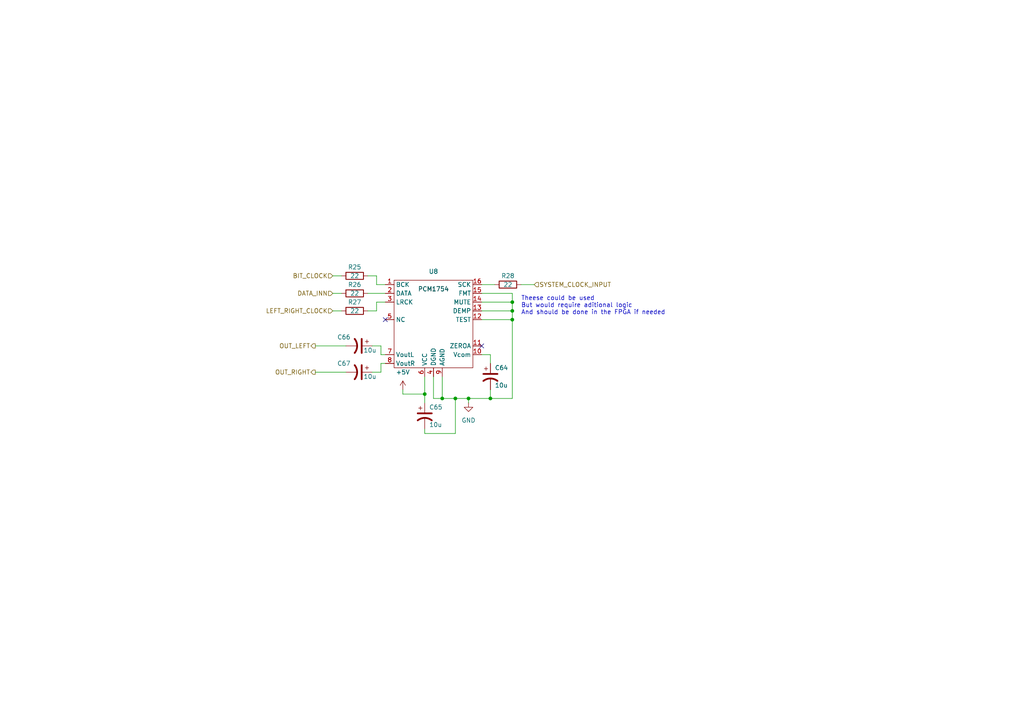
<source format=kicad_sch>
(kicad_sch (version 20230121) (generator eeschema)
  (paper "A4")
  (lib_symbols
    (symbol "Device:C_Polarized_US" (pin_numbers hide) (pin_names (offset 0.254) hide)
      (property "Reference" "C" (at 0.635 2.54 0))
      (property "Value" "C_Polarized_US" (at 0.635 -2.54 0))
      (symbol "C_Polarized_US_0_1"
        (polyline (pts (xy -2.032 0.762) (xy 2.032 0.762)) (stroke (width 0.508)))
        (polyline (pts (xy -1.778 2.286) (xy -0.762 2.286)))
        (polyline (pts (xy -1.27 1.778) (xy -1.27 2.794)))
        (arc (start 2.032 -1.27) (mid 0 -0.5572) (end -2.032 -1.27) (stroke (width 0.508)))
      )
      (symbol "C_Polarized_US_1_1"
        (pin passive line (at 0 3.81 270) (length 2.794) (name "~") (number "1"))
        (pin passive line (at 0 -3.81 90) (length 3.302) (name "~") (number "2"))
      )
    )
    (symbol "Device:R" (pin_numbers hide) (pin_names (offset 0))
      (property "Reference" "R" (at 2.032 0 90))
      (property "Value" "R" (at 0 0 90))
      (symbol "R_0_1"
        (rectangle (start -1.016 -2.54) (end 1.016 2.54) (stroke (width 0.254)))
      )
      (symbol "R_1_1"
        (pin passive line (at 0 3.81 270) (length 1.27) (name "~") (number "1"))
        (pin passive line (at 0 -3.81 90) (length 1.27) (name "~") (number "2"))
      )
    )
    (symbol "GuitarZero:PCM1754"
      (property "Reference" "U" (at 0 13.97 0))
      (symbol "PCM1754_0_1"
        (rectangle (start -11.43 11.43) (end 11.43 -13.97))
      )
      (symbol "PCM1754_1_1"
        (text "PCM1754" (at 0 8.89 0) (effects (font (size 1.27 1.27))))
        (pin input line (at -13.97 10.16 0) (length 2.54) (name "BCK") (number "1"))
        (pin bidirectional line (at 13.97 -10.16 180) (length 2.54) (name "Vcom") (number "10"))
        (pin output line (at 13.97 -7.62 180) (length 2.54) (name "ZEROA") (number "11"))
        (pin input line (at 13.97 0 180) (length 2.54) (name "TEST") (number "12"))
        (pin input line (at 13.97 2.54 180) (length 2.54) (name "DEMP") (number "13"))
        (pin input line (at 13.97 5.08 180) (length 2.54) (name "MUTE") (number "14"))
        (pin input line (at 13.97 7.62 180) (length 2.54) (name "FMT") (number "15"))
        (pin input line (at 13.97 10.16 180) (length 2.54) (name "SCK") (number "16"))
        (pin input line (at -13.97 7.62 0) (length 2.54) (name "DATA") (number "2"))
        (pin input line (at -13.97 5.08 0) (length 2.54) (name "LRCK") (number "3"))
        (pin power_in line (at 0 -16.51 90) (length 2.54) (name "DGND") (number "4"))
        (pin passive line (at -13.97 0 0) (length 2.54) (name "NC") (number "5"))
        (pin power_in line (at -2.54 -16.51 90) (length 2.54) (name "VCC") (number "6"))
        (pin output line (at -13.97 -10.16 0) (length 2.54) (name "VoutL") (number "7"))
        (pin output line (at -13.97 -12.7 0) (length 2.54) (name "VoutR") (number "8"))
        (pin power_in line (at 2.54 -16.51 90) (length 2.54) (name "AGND") (number "9"))
      )
    )
    (symbol "power:+5V" (power) (pin_names (offset 0))
      (property "Value" "+5V" (at 0 3.556 0))
      (symbol "+5V_0_1"
        (polyline (pts (xy -0.762 1.27) (xy 0 2.54)))
        (polyline (pts (xy 0 0) (xy 0 2.54)))
        (polyline (pts (xy 0 2.54) (xy 0.762 1.27)))
      )
      (symbol "+5V_1_1"
        (pin power_in line (at 0 0 90) (length 0) hide (name "+5V") (number "1"))
      )
    )
    (symbol "power:GND" (power) (pin_names (offset 0))
      (property "Value" "GND" (at 0 -3.81 0))
      (symbol "GND_0_1"
        (polyline (pts (xy 0 0) (xy 0 -1.27) (xy 1.27 -1.27) (xy 0 -2.54) (xy -1.27 -1.27) (xy 0 -1.27)))
      )
      (symbol "GND_1_1"
        (pin power_in line (at 0 0 270) (length 0) hide (name "GND") (number "1"))
      )
    )
  )
  (junction (at 135.89 115.57))
  (junction (at 148.59 87.63))
  (junction (at 123.19 114.3))
  (junction (at 128.27 115.57))
  (junction (at 142.24 115.57))
  (junction (at 132.08 115.57))
  (junction (at 148.59 92.71))
  (junction (at 148.59 90.17))
  (no_connect (at 139.7 100.33))
  (no_connect (at 111.76 92.71))
  (wire (pts (xy 139.7 87.63) (xy 148.59 87.63)))
  (wire (pts (xy 125.73 109.22) (xy 125.73 115.57)))
  (wire (pts (xy 109.22 80.01) (xy 109.22 82.55)))
  (wire (pts (xy 132.08 125.73) (xy 132.08 115.57)))
  (wire (pts (xy 96.52 80.01) (xy 99.06 80.01)))
  (wire (pts (xy 148.59 115.57) (xy 142.24 115.57)))
  (wire (pts (xy 139.7 85.09) (xy 148.59 85.09)))
  (wire (pts (xy 135.89 116.84) (xy 135.89 115.57)))
  (wire (pts (xy 148.59 92.71) (xy 148.59 115.57)))
  (wire (pts (xy 123.19 124.46) (xy 123.19 125.73)))
  (wire (pts (xy 106.68 90.17) (xy 109.22 90.17)))
  (wire (pts (xy 139.7 82.55) (xy 143.51 82.55)))
  (wire (pts (xy 139.7 90.17) (xy 148.59 90.17)))
  (wire (pts (xy 109.22 90.17) (xy 109.22 87.63)))
  (wire (pts (xy 148.59 90.17) (xy 148.59 92.71)))
  (wire (pts (xy 132.08 115.57) (xy 135.89 115.57)))
  (wire (pts (xy 148.59 87.63) (xy 148.59 90.17)))
  (wire (pts (xy 106.68 85.09) (xy 111.76 85.09)))
  (wire (pts (xy 128.27 115.57) (xy 132.08 115.57)))
  (wire (pts (xy 110.49 107.95) (xy 107.95 107.95)))
  (wire (pts (xy 109.22 82.55) (xy 111.76 82.55)))
  (wire (pts (xy 142.24 102.87) (xy 139.7 102.87)))
  (wire (pts (xy 139.7 92.71) (xy 148.59 92.71)))
  (wire (pts (xy 125.73 115.57) (xy 128.27 115.57)))
  (wire (pts (xy 142.24 102.87) (xy 142.24 105.41)))
  (wire (pts (xy 128.27 109.22) (xy 128.27 115.57)))
  (wire (pts (xy 116.84 114.3) (xy 123.19 114.3)))
  (wire (pts (xy 111.76 102.87) (xy 110.49 102.87)))
  (wire (pts (xy 148.59 85.09) (xy 148.59 87.63)))
  (wire (pts (xy 111.76 105.41) (xy 110.49 105.41)))
  (wire (pts (xy 109.22 87.63) (xy 111.76 87.63)))
  (wire (pts (xy 91.44 107.95) (xy 100.33 107.95)))
  (wire (pts (xy 110.49 102.87) (xy 110.49 100.33)))
  (wire (pts (xy 110.49 100.33) (xy 107.95 100.33)))
  (wire (pts (xy 123.19 114.3) (xy 123.19 116.84)))
  (wire (pts (xy 142.24 113.03) (xy 142.24 115.57)))
  (wire (pts (xy 123.19 125.73) (xy 132.08 125.73)))
  (wire (pts (xy 106.68 80.01) (xy 109.22 80.01)))
  (wire (pts (xy 96.52 85.09) (xy 99.06 85.09)))
  (wire (pts (xy 123.19 109.22) (xy 123.19 114.3)))
  (wire (pts (xy 96.52 90.17) (xy 99.06 90.17)))
  (wire (pts (xy 116.84 113.03) (xy 116.84 114.3)))
  (wire (pts (xy 91.44 100.33) (xy 100.33 100.33)))
  (wire (pts (xy 135.89 115.57) (xy 142.24 115.57)))
  (wire (pts (xy 110.49 105.41) (xy 110.49 107.95)))
  (wire (pts (xy 151.13 82.55) (xy 154.94 82.55)))
  (text "Theese could be used\nBut would require aditional logic\nAnd should be done in the FPGA if needed" (at 151.13 91.44 0) (effects (font (size 1.27 1.27)) (justify left bottom)))
  (hierarchical_label "LEFT_RIGHT_CLOCK" (shape input) (at 96.52 90.17 180))
  (hierarchical_label "OUT_RIGHT" (shape output) (at 91.44 107.95 180))
  (hierarchical_label "DATA_INN" (shape input) (at 96.52 85.09 180))
  (hierarchical_label "OUT_LEFT" (shape output) (at 91.44 100.33 180))
  (hierarchical_label "BIT_CLOCK" (shape input) (at 96.52 80.01 180))
  (hierarchical_label "SYSTEM_CLOCK_INPUT" (shape input) (at 154.94 82.55 0))
  (symbol (lib_id "Device:R") (at 102.87 80.01 90) (unit 1)
    (property "Reference" "R25" (at 102.87 77.47 90))
    (property "Value" "22" (at 102.87 80.01 90))
    (property "Footprint" "Resistor_SMD:R_0805_2012Metric" (effects hide))
  )
  (symbol (lib_id "GuitarZero:PCM1754") (at 125.73 92.71 0) (unit 1)
    (property "Reference" "U8" (at 125.73 78.74 0))
    (property "Value" "PCM1754" (at 125.73 83.82 0))
    (property "Footprint" "PCM1754DBQR:SOP63P599X175-16N" (effects hide))
  )
  (symbol (lib_id "Device:C_Polarized_US") (at 104.14 100.33 270) (unit 1)
    (property "Reference" "C66" (at 97.79 97.79 90) (effects (justify left)))
    (property "Value" "10u" (at 105.41 101.6 90) (effects (justify left)))
    (property "Footprint" "Capacitor_SMD:C_0805_2012Metric" (effects hide))
  )
  (symbol (lib_id "Device:C_Polarized_US") (at 104.14 107.95 270) (unit 1)
    (property "Reference" "C67" (at 97.79 105.41 90) (effects (justify left)))
    (property "Value" "10u" (at 105.41 109.22 90) (effects (justify left)))
    (property "Footprint" "Capacitor_SMD:C_0805_2012Metric" (effects hide))
  )
  (symbol (lib_id "power:GND") (at 135.89 116.84 0) (unit 1)
    (property "Reference" "#PWR044" (effects hide))
    (property "Value" "GND" (at 135.89 121.92 0))
  )
  (symbol (lib_id "Device:R") (at 147.32 82.55 90) (unit 1)
    (property "Reference" "R28" (at 147.32 80.01 90))
    (property "Value" "22" (at 147.32 82.55 90))
    (property "Footprint" "Resistor_SMD:R_0805_2012Metric" (effects hide))
  )
  (symbol (lib_id "Device:R") (at 102.87 85.09 90) (unit 1)
    (property "Reference" "R26" (at 102.87 82.55 90))
    (property "Value" "22" (at 102.87 85.09 90))
    (property "Footprint" "Resistor_SMD:R_0805_2012Metric" (effects hide))
  )
  (symbol (lib_id "Device:C_Polarized_US") (at 142.24 109.22 0) (unit 1)
    (property "Reference" "C64" (at 143.51 106.68 0) (effects (justify left)))
    (property "Value" "10u" (at 143.51 111.76 0) (effects (justify left)))
    (property "Footprint" "Capacitor_SMD:C_0805_2012Metric" (effects hide))
  )
  (symbol (lib_id "power:+5V") (at 116.84 113.03 0) (unit 1)
    (property "Reference" "#PWR043" (effects hide))
    (property "Value" "+5V" (at 116.84 107.95 0))
  )
  (symbol (lib_id "Device:R") (at 102.87 90.17 90) (unit 1)
    (property "Reference" "R27" (at 102.87 87.63 90))
    (property "Value" "22" (at 102.87 90.17 90))
    (property "Footprint" "Resistor_SMD:R_0805_2012Metric" (effects hide))
  )
  (symbol (lib_id "Device:C_Polarized_US") (at 123.19 120.65 0) (unit 1)
    (property "Reference" "C65" (at 124.46 118.11 0) (effects (justify left)))
    (property "Value" "10u" (at 124.46 123.19 0) (effects (justify left)))
    (property "Footprint" "Capacitor_SMD:C_0805_2012Metric" (effects hide))
  )
)
</source>
